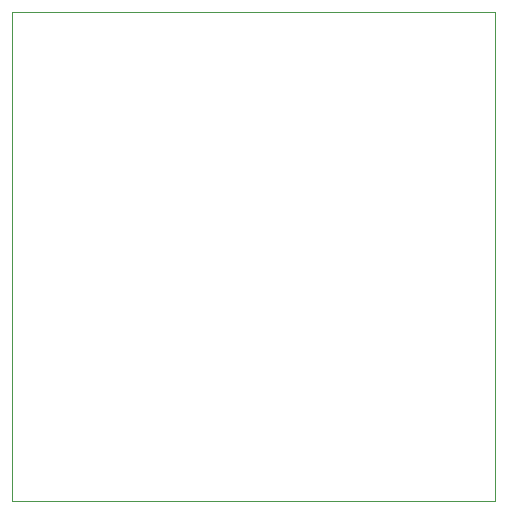
<source format=gbr>
G04 #@! TF.GenerationSoftware,KiCad,Pcbnew,(5.1.4)-1*
G04 #@! TF.CreationDate,2019-10-22T03:03:11-07:00*
G04 #@! TF.ProjectId,SAM_breakout_board,53414d5f-6272-4656-916b-6f75745f626f,rev?*
G04 #@! TF.SameCoordinates,PXd33a380PY5dfc8c0*
G04 #@! TF.FileFunction,Profile,NP*
%FSLAX46Y46*%
G04 Gerber Fmt 4.6, Leading zero omitted, Abs format (unit mm)*
G04 Created by KiCad (PCBNEW (5.1.4)-1) date 2019-10-22 03:03:11*
%MOMM*%
%LPD*%
G04 APERTURE LIST*
%ADD10C,0.050000*%
G04 APERTURE END LIST*
D10*
X-56642000Y-6350000D02*
X-56642000Y35052000D01*
X-15748000Y-6350000D02*
X-56642000Y-6350000D01*
X-15748000Y35052000D02*
X-15748000Y-6350000D01*
X-56642000Y35052000D02*
X-15748000Y35052000D01*
M02*

</source>
